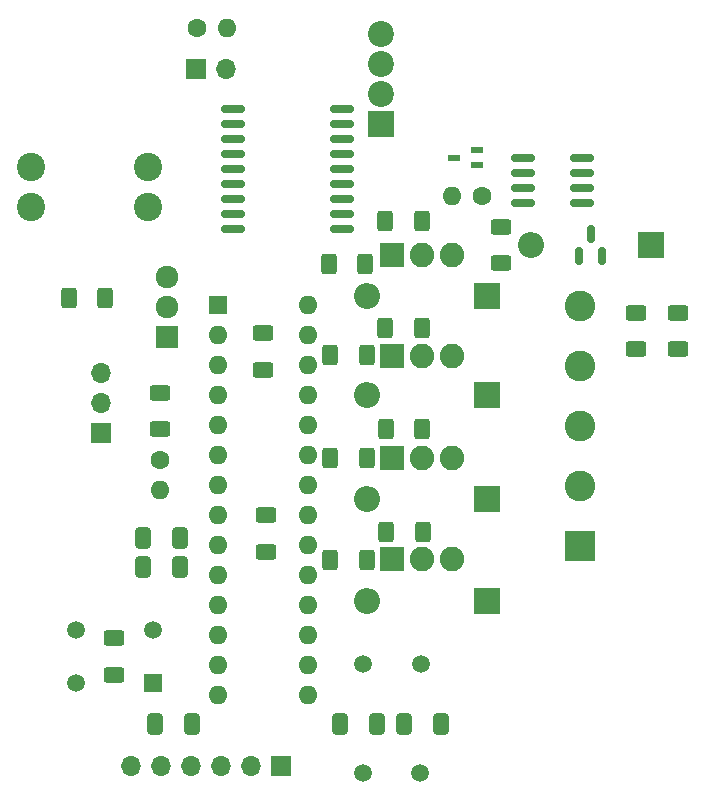
<source format=gbr>
%TF.GenerationSoftware,KiCad,Pcbnew,8.0.1-rc1*%
%TF.CreationDate,2024-06-16T18:46:35-07:00*%
%TF.ProjectId,AMS - CANBus - RGB - Pchannel,414d5320-2d20-4434-914e-427573202d20,rev?*%
%TF.SameCoordinates,Original*%
%TF.FileFunction,Soldermask,Bot*%
%TF.FilePolarity,Negative*%
%FSLAX46Y46*%
G04 Gerber Fmt 4.6, Leading zero omitted, Abs format (unit mm)*
G04 Created by KiCad (PCBNEW 8.0.1-rc1) date 2024-06-16 18:46:35*
%MOMM*%
%LPD*%
G01*
G04 APERTURE LIST*
G04 Aperture macros list*
%AMRoundRect*
0 Rectangle with rounded corners*
0 $1 Rounding radius*
0 $2 $3 $4 $5 $6 $7 $8 $9 X,Y pos of 4 corners*
0 Add a 4 corners polygon primitive as box body*
4,1,4,$2,$3,$4,$5,$6,$7,$8,$9,$2,$3,0*
0 Add four circle primitives for the rounded corners*
1,1,$1+$1,$2,$3*
1,1,$1+$1,$4,$5*
1,1,$1+$1,$6,$7*
1,1,$1+$1,$8,$9*
0 Add four rect primitives between the rounded corners*
20,1,$1+$1,$2,$3,$4,$5,0*
20,1,$1+$1,$4,$5,$6,$7,0*
20,1,$1+$1,$6,$7,$8,$9,0*
20,1,$1+$1,$8,$9,$2,$3,0*%
G04 Aperture macros list end*
%ADD10R,2.085000X2.085000*%
%ADD11C,2.085000*%
%ADD12C,1.600000*%
%ADD13O,1.600000X1.600000*%
%ADD14R,2.200000X2.200000*%
%ADD15O,2.200000X2.200000*%
%ADD16C,2.200000*%
%ADD17R,2.600000X2.600000*%
%ADD18C,2.600000*%
%ADD19R,1.700000X1.700000*%
%ADD20O,1.700000X1.700000*%
%ADD21C,2.400000*%
%ADD22R,1.600000X1.600000*%
%ADD23R,1.920000X1.920000*%
%ADD24C,1.920000*%
%ADD25C,1.500000*%
%ADD26R,1.500000X1.500000*%
%ADD27RoundRect,0.250000X-0.625000X0.400000X-0.625000X-0.400000X0.625000X-0.400000X0.625000X0.400000X0*%
%ADD28RoundRect,0.250000X-0.400000X-0.625000X0.400000X-0.625000X0.400000X0.625000X-0.400000X0.625000X0*%
%ADD29RoundRect,0.250000X-0.412500X-0.650000X0.412500X-0.650000X0.412500X0.650000X-0.412500X0.650000X0*%
%ADD30RoundRect,0.150000X0.825000X0.150000X-0.825000X0.150000X-0.825000X-0.150000X0.825000X-0.150000X0*%
%ADD31RoundRect,0.250000X0.400000X0.625000X-0.400000X0.625000X-0.400000X-0.625000X0.400000X-0.625000X0*%
%ADD32RoundRect,0.250000X0.412500X0.650000X-0.412500X0.650000X-0.412500X-0.650000X0.412500X-0.650000X0*%
%ADD33RoundRect,0.150000X0.875000X0.150000X-0.875000X0.150000X-0.875000X-0.150000X0.875000X-0.150000X0*%
%ADD34RoundRect,0.250000X0.625000X-0.400000X0.625000X0.400000X-0.625000X0.400000X-0.625000X-0.400000X0*%
%ADD35RoundRect,0.150000X0.150000X-0.587500X0.150000X0.587500X-0.150000X0.587500X-0.150000X-0.587500X0*%
%ADD36R,1.000000X0.550000*%
G04 APERTURE END LIST*
D10*
%TO.C,Q3*%
X155667500Y-86019300D03*
D11*
X158207500Y-86019300D03*
X160747500Y-86019300D03*
%TD*%
D10*
%TO.C,Q5*%
X155667500Y-77526300D03*
D11*
X158207500Y-77526300D03*
X160747500Y-77526300D03*
%TD*%
D12*
%TO.C,R7*%
X139116100Y-58260700D03*
D13*
X141656100Y-58260700D03*
%TD*%
D14*
%TO.C,D2*%
X177549500Y-76634500D03*
D15*
X167389500Y-76634500D03*
%TD*%
D14*
%TO.C,J1*%
X154748000Y-66384800D03*
D16*
X154748000Y-63844800D03*
X154748000Y-61304800D03*
X154748000Y-58764800D03*
%TD*%
D17*
%TO.C,J2*%
X171594600Y-102105600D03*
D18*
X171594600Y-97025600D03*
X171594600Y-91945600D03*
X171594600Y-86865600D03*
X171594600Y-81785600D03*
%TD*%
D12*
%TO.C,NTC1*%
X135965600Y-94809500D03*
D13*
X135965600Y-97349500D03*
%TD*%
D14*
%TO.C,D6*%
X163712200Y-80926100D03*
D15*
X153552200Y-80926100D03*
%TD*%
D14*
%TO.C,D3*%
X163712200Y-106759100D03*
D15*
X153552200Y-106759100D03*
%TD*%
D19*
%TO.C,J3*%
X146254600Y-120744200D03*
D20*
X143714600Y-120744200D03*
X141174600Y-120744200D03*
X138634600Y-120744200D03*
X136094600Y-120744200D03*
X133554600Y-120744200D03*
%TD*%
D21*
%TO.C,U5*%
X134999500Y-70018000D03*
X134999500Y-73418000D03*
X125079500Y-70018000D03*
X125079500Y-73418000D03*
%TD*%
D14*
%TO.C,D5*%
X163712200Y-89328000D03*
D15*
X153552200Y-89328000D03*
%TD*%
D12*
%TO.C,R6*%
X163265200Y-72479500D03*
D13*
X160725200Y-72479500D03*
%TD*%
D19*
%TO.C,Powerboard1*%
X130976300Y-92602600D03*
D20*
X130976300Y-90062600D03*
X130976300Y-87522600D03*
%TD*%
D22*
%TO.C,U2*%
X140929500Y-81761800D03*
D13*
X140929500Y-84301800D03*
X140929500Y-86841800D03*
X140929500Y-89381800D03*
X140929500Y-91921800D03*
X140929500Y-94461800D03*
X140929500Y-97001800D03*
X140929500Y-99541800D03*
X140929500Y-102081800D03*
X140929500Y-104621800D03*
X140929500Y-107161800D03*
X140929500Y-109701800D03*
X140929500Y-112241800D03*
X140929500Y-114781800D03*
X148549500Y-114781800D03*
X148549500Y-112241800D03*
X148549500Y-109701800D03*
X148549500Y-107161800D03*
X148549500Y-104621800D03*
X148549500Y-102081800D03*
X148549500Y-99541800D03*
X148549500Y-97001800D03*
X148549500Y-94461800D03*
X148549500Y-91921800D03*
X148549500Y-89381800D03*
X148549500Y-86841800D03*
X148549500Y-84301800D03*
X148549500Y-81761800D03*
%TD*%
D19*
%TO.C,J5*%
X139049600Y-61738500D03*
D20*
X141589600Y-61738500D03*
%TD*%
D23*
%TO.C,Q1*%
X136586000Y-84423600D03*
D24*
X136586000Y-81883600D03*
X136586000Y-79343600D03*
%TD*%
D25*
%TO.C,Y2*%
X153203400Y-112099600D03*
X158083400Y-112099600D03*
%TD*%
D14*
%TO.C,D4*%
X163712200Y-98155100D03*
D15*
X153552200Y-98155100D03*
%TD*%
D26*
%TO.C,Reset1*%
X135385300Y-113752500D03*
D25*
X128885300Y-113752500D03*
X135385300Y-109252500D03*
X128885300Y-109252500D03*
%TD*%
%TO.C,Y1*%
X153178500Y-121354000D03*
X158058500Y-121354000D03*
%TD*%
D10*
%TO.C,Q2*%
X155667500Y-103267000D03*
D11*
X158207500Y-103267000D03*
X160747500Y-103267000D03*
%TD*%
D10*
%TO.C,Q4*%
X155667500Y-94673500D03*
D11*
X158207500Y-94673500D03*
X160747500Y-94673500D03*
%TD*%
D27*
%TO.C,R20*%
X176344200Y-82386500D03*
X176344200Y-85486500D03*
%TD*%
D28*
%TO.C,R12*%
X150432000Y-94641200D03*
X153532000Y-94641200D03*
%TD*%
%TO.C,R14*%
X150286100Y-78257000D03*
X153386100Y-78257000D03*
%TD*%
D29*
%TO.C,C2*%
X151273200Y-117184300D03*
X154398200Y-117184300D03*
%TD*%
D30*
%TO.C,U4*%
X171716100Y-69250200D03*
X171716100Y-70520200D03*
X171716100Y-71790200D03*
X171716100Y-73060200D03*
X166766100Y-73060200D03*
X166766100Y-71790200D03*
X166766100Y-70520200D03*
X166766100Y-69250200D03*
%TD*%
D31*
%TO.C,R1*%
X131364300Y-81129300D03*
X128264300Y-81129300D03*
%TD*%
D27*
%TO.C,R4*%
X132096400Y-109912300D03*
X132096400Y-113012300D03*
%TD*%
D32*
%TO.C,C4*%
X159775700Y-117159400D03*
X156650700Y-117159400D03*
%TD*%
D33*
%TO.C,U3*%
X151455100Y-65127000D03*
X151455100Y-66397000D03*
X151455100Y-67667000D03*
X151455100Y-68937000D03*
X151455100Y-70207000D03*
X151455100Y-71477000D03*
X151455100Y-72747000D03*
X151455100Y-74017000D03*
X151455100Y-75287000D03*
X142155100Y-75287000D03*
X142155100Y-74017000D03*
X142155100Y-72747000D03*
X142155100Y-71477000D03*
X142155100Y-70207000D03*
X142155100Y-68937000D03*
X142155100Y-67667000D03*
X142155100Y-66397000D03*
X142155100Y-65127000D03*
%TD*%
D34*
%TO.C,R5*%
X144703000Y-87196800D03*
X144703000Y-84096800D03*
%TD*%
D27*
%TO.C,R3*%
X135973000Y-89148700D03*
X135973000Y-92248700D03*
%TD*%
D28*
%TO.C,R15*%
X155078400Y-74588600D03*
X158178400Y-74588600D03*
%TD*%
D32*
%TO.C,C1*%
X138717100Y-117199700D03*
X135592100Y-117199700D03*
%TD*%
D27*
%TO.C,R22*%
X164877800Y-75106900D03*
X164877800Y-78206900D03*
%TD*%
%TO.C,R2*%
X144995600Y-99509000D03*
X144995600Y-102609000D03*
%TD*%
D28*
%TO.C,R9*%
X150435600Y-103290900D03*
X153535600Y-103290900D03*
%TD*%
%TO.C,R8*%
X155140600Y-100938400D03*
X158240600Y-100938400D03*
%TD*%
%TO.C,R13*%
X155124400Y-92187700D03*
X158224400Y-92187700D03*
%TD*%
%TO.C,R10*%
X150425900Y-85967900D03*
X153525900Y-85967900D03*
%TD*%
%TO.C,R11*%
X155093900Y-83665700D03*
X158193900Y-83665700D03*
%TD*%
D27*
%TO.C,C8*%
X179839400Y-82386500D03*
X179839400Y-85486500D03*
%TD*%
D35*
%TO.C,Q10*%
X173419500Y-77572000D03*
X171519500Y-77572000D03*
X172469500Y-75697000D03*
%TD*%
D32*
%TO.C,C7*%
X137705500Y-103901700D03*
X134580500Y-103901700D03*
%TD*%
D36*
%TO.C,D1*%
X162831900Y-68594100D03*
X162831900Y-69894100D03*
X160931900Y-69244100D03*
%TD*%
D32*
%TO.C,C6*%
X137701800Y-101431800D03*
X134576800Y-101431800D03*
%TD*%
M02*

</source>
